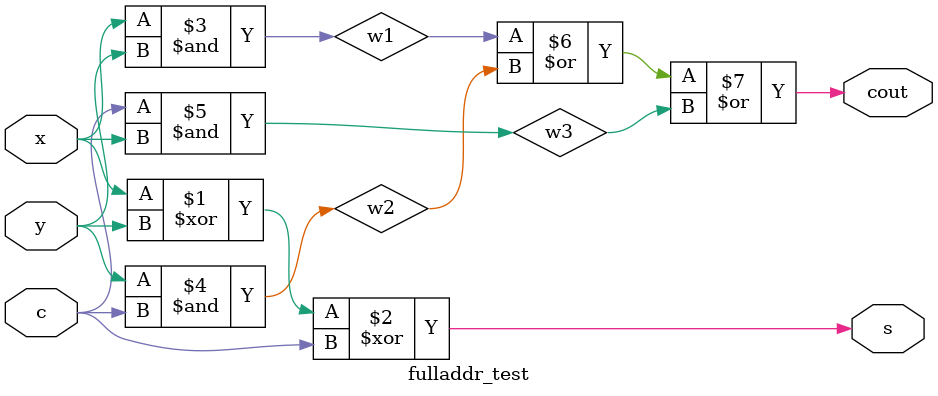
<source format=v>
`timescale 1ns / 1ps
module fa(cin, x, y, s, cout
    );
parameter n=32;
input cin; 
input [n-1:0]x,y;
output [n-1:0]s;
output cout;
wire [n:0]c;


assign c[0]=cin;
assign cout=c[n];
genvar k;
generate 
for(k=0;k<n;k=k+1)
begin:abc

fulladdr_test m1(s[k],x[k],y[k],c[k],c[k+1]);



end
endgenerate 


endmodule

module fulladdr_test(output s,input x,input y,input c,output cout);
xor(s,x,y,c);
wire w1, w2, w3;
and(w1,x,y);
and(w2,y,c);
and(w3,c,x);
or(cout,w1,w2,w3);
endmodule










</source>
